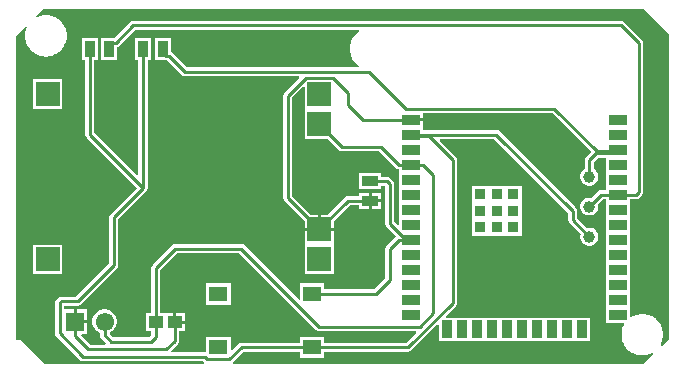
<source format=gtl>
G04*
G04 #@! TF.GenerationSoftware,Altium Limited,Altium Designer,23.4.1 (23)*
G04*
G04 Layer_Physical_Order=1*
G04 Layer_Color=255*
%FSLAX44Y44*%
%MOMM*%
G71*
G04*
G04 #@! TF.SameCoordinates,0DB361A5-78C8-4FEA-9A46-C3B996989F44*
G04*
G04*
G04 #@! TF.FilePolarity,Positive*
G04*
G01*
G75*
%ADD13C,0.2540*%
%ADD14R,1.5500X1.3000*%
%ADD15R,2.0000X2.0000*%
%ADD16R,1.3500X0.8500*%
%ADD17R,0.9000X0.9000*%
%ADD18R,1.5000X0.9000*%
%ADD19R,0.9000X1.5000*%
%ADD20R,0.8500X1.3500*%
%ADD21R,1.2084X1.0121*%
%ADD27R,1.5500X1.5500*%
%ADD28C,1.5500*%
%ADD29C,1.0000*%
%ADD30C,2.0000*%
G36*
X486631Y179705D02*
X482393Y175467D01*
X481551Y174207D01*
X481255Y172720D01*
Y165214D01*
X480510Y164783D01*
X479106Y163380D01*
X478114Y161660D01*
X477600Y159743D01*
Y157757D01*
X478114Y155840D01*
X479106Y154120D01*
X480510Y152717D01*
X482230Y151724D01*
X484147Y151210D01*
X486133D01*
X488050Y151724D01*
X489770Y152717D01*
X491174Y154120D01*
X492166Y155840D01*
X492680Y157757D01*
Y159743D01*
X492166Y161660D01*
X491174Y163380D01*
X489770Y164783D01*
X489025Y165214D01*
Y171111D01*
X492409Y174495D01*
X499230D01*
Y161870D01*
Y147395D01*
X495200D01*
X493713Y147099D01*
X492453Y146257D01*
X486914Y140717D01*
X486083Y140940D01*
X484097D01*
X482180Y140426D01*
X480460Y139433D01*
X479057Y138030D01*
X478064Y136310D01*
X477550Y134393D01*
Y132407D01*
X478064Y130490D01*
X479057Y128770D01*
X480460Y127367D01*
X482180Y126374D01*
X484097Y125860D01*
X486083D01*
X488000Y126374D01*
X489720Y127367D01*
X491124Y128770D01*
X492116Y130490D01*
X492630Y132407D01*
Y134393D01*
X492407Y135224D01*
X496809Y139625D01*
X499230D01*
Y123770D01*
Y111070D01*
Y98370D01*
Y85670D01*
Y72970D01*
Y60270D01*
Y47570D01*
Y34870D01*
X514093D01*
X514692Y33750D01*
X514554Y33544D01*
X514456Y33308D01*
X514314Y33096D01*
X513184Y30366D01*
X513134Y30116D01*
X513036Y29881D01*
X512460Y26983D01*
Y26727D01*
X512410Y26477D01*
Y23523D01*
X512460Y23272D01*
Y23017D01*
X513036Y20119D01*
X513134Y19884D01*
X513184Y19634D01*
X514314Y16904D01*
X514456Y16692D01*
X514554Y16456D01*
X516195Y13999D01*
X516376Y13819D01*
X516517Y13607D01*
X518607Y11517D01*
X518819Y11376D01*
X518999Y11195D01*
X521456Y9554D01*
X521692Y9456D01*
X521904Y9315D01*
X524634Y8184D01*
X524884Y8134D01*
X525119Y8036D01*
X528017Y7460D01*
X528273D01*
X528523Y7410D01*
X531477D01*
X531727Y7460D01*
X531983D01*
X534881Y8036D01*
X535116Y8134D01*
X535366Y8184D01*
X538096Y9315D01*
X538308Y9456D01*
X538544Y9554D01*
X538767Y9703D01*
X539576Y8716D01*
X530860Y0D01*
X183526D01*
X183140Y1270D01*
X183145Y1273D01*
X192317Y10445D01*
X240280D01*
Y5290D01*
X260860D01*
Y10445D01*
X331830D01*
X333317Y10741D01*
X334577Y11583D01*
X356407Y33413D01*
X357580Y32927D01*
Y19370D01*
X485960D01*
Y39450D01*
X364103D01*
X363617Y40623D01*
X372317Y49323D01*
X373159Y50583D01*
X373455Y52070D01*
Y172502D01*
X373159Y173989D01*
X372317Y175249D01*
X358314Y189252D01*
X358800Y190425D01*
X404791D01*
X467285Y127931D01*
Y121920D01*
X467581Y120433D01*
X468423Y119173D01*
X477823Y109774D01*
X477600Y108943D01*
Y106957D01*
X478114Y105040D01*
X479106Y103320D01*
X480510Y101917D01*
X482230Y100924D01*
X484147Y100410D01*
X486133D01*
X488050Y100924D01*
X489770Y101917D01*
X491174Y103320D01*
X492166Y105040D01*
X492680Y106957D01*
Y108943D01*
X492166Y110860D01*
X491174Y112580D01*
X489770Y113983D01*
X488050Y114976D01*
X486133Y115490D01*
X484147D01*
X483316Y115267D01*
X475055Y123529D01*
Y129540D01*
X474759Y131027D01*
X473917Y132287D01*
X409147Y197057D01*
X407887Y197899D01*
X406400Y198195D01*
X344310D01*
Y205740D01*
X334270D01*
Y208280D01*
X344310D01*
Y212315D01*
X454021D01*
X486631Y179705D01*
D02*
G37*
G36*
X253793Y29003D02*
X255053Y28161D01*
X256540Y27865D01*
X338212D01*
X338698Y26692D01*
X330221Y18215D01*
X260860D01*
Y23370D01*
X240280D01*
Y18215D01*
X190708D01*
X189222Y17919D01*
X187961Y17077D01*
X182533Y11649D01*
X181360Y12135D01*
Y23370D01*
X160780D01*
Y10963D01*
X159798Y10158D01*
X159412Y10235D01*
X131688D01*
X131202Y11408D01*
X136894Y17100D01*
X137736Y18361D01*
X138032Y19847D01*
Y27959D01*
X142729D01*
Y34290D01*
X134147D01*
Y35560D01*
X132877D01*
Y43161D01*
X121995D01*
Y79671D01*
X136229Y93905D01*
X188891D01*
X253793Y29003D01*
D02*
G37*
G36*
X552450Y279400D02*
Y21590D01*
X546284Y15424D01*
X545297Y16233D01*
X545446Y16456D01*
X545544Y16692D01*
X545685Y16904D01*
X546816Y19634D01*
X546866Y19884D01*
X546964Y20119D01*
X547540Y23017D01*
Y23272D01*
X547590Y23523D01*
Y26477D01*
X547540Y26727D01*
Y26983D01*
X546964Y29881D01*
X546866Y30116D01*
X546816Y30366D01*
X545685Y33096D01*
X545544Y33308D01*
X545446Y33544D01*
X543805Y36001D01*
X543624Y36181D01*
X543483Y36393D01*
X541393Y38482D01*
X541181Y38624D01*
X541001Y38805D01*
X538544Y40446D01*
X538308Y40544D01*
X538096Y40685D01*
X535366Y41816D01*
X535116Y41866D01*
X534881Y41964D01*
X531983Y42540D01*
X531727D01*
X531477Y42590D01*
X528523D01*
X528273Y42540D01*
X528017D01*
X525119Y41964D01*
X524884Y41866D01*
X524634Y41816D01*
X521904Y40685D01*
X521692Y40544D01*
X521456Y40446D01*
X520430Y39761D01*
X519310Y40359D01*
Y47570D01*
Y60270D01*
Y72970D01*
Y85670D01*
Y98370D01*
Y111070D01*
Y123770D01*
Y139625D01*
X524510D01*
X525997Y139921D01*
X527257Y140763D01*
X529797Y143303D01*
X530639Y144563D01*
X530935Y146050D01*
Y272018D01*
X530639Y273505D01*
X529797Y274765D01*
X514795Y289767D01*
X513535Y290609D01*
X512048Y290905D01*
X99050D01*
X97563Y290609D01*
X96303Y289767D01*
X82601Y276065D01*
X81710D01*
X81335Y275990D01*
X71940D01*
Y257410D01*
X85520D01*
Y268556D01*
X85697Y268591D01*
X86957Y269433D01*
X100659Y283135D01*
X290202D01*
X290587Y281865D01*
X288999Y280805D01*
X288819Y280624D01*
X288607Y280483D01*
X286518Y278393D01*
X286376Y278181D01*
X286195Y278001D01*
X284554Y275544D01*
X284456Y275308D01*
X284314Y275096D01*
X283184Y272366D01*
X283134Y272116D01*
X283036Y271881D01*
X282460Y268983D01*
Y268727D01*
X282410Y268477D01*
Y265523D01*
X282460Y265272D01*
Y265017D01*
X283036Y262119D01*
X283134Y261884D01*
X283184Y261634D01*
X284314Y258904D01*
X284456Y258692D01*
X284554Y258456D01*
X286195Y255999D01*
X286376Y255819D01*
X286518Y255607D01*
X288607Y253517D01*
X288819Y253376D01*
X288999Y253195D01*
X289760Y252687D01*
X289375Y251417D01*
X144597D01*
X132047Y263967D01*
X130787Y264809D01*
X130610Y264844D01*
Y275990D01*
X117030D01*
Y257410D01*
X126425D01*
X126800Y257335D01*
X127691D01*
X140241Y244786D01*
X141501Y243944D01*
X142987Y243648D01*
X239004D01*
X239490Y242474D01*
X227123Y230107D01*
X226281Y228847D01*
X225985Y227361D01*
Y140712D01*
X226281Y139226D01*
X227123Y137966D01*
X244000Y121089D01*
Y115693D01*
Y115312D01*
X255270D01*
Y126582D01*
X249494D01*
X233755Y142322D01*
Y225752D01*
X242827Y234824D01*
X244000Y234338D01*
Y230293D01*
Y216103D01*
X244000D01*
Y215783D01*
X244000D01*
Y204893D01*
Y190702D01*
X263586D01*
X272886Y181403D01*
X274146Y180561D01*
X275632Y180265D01*
X307001D01*
X321103Y166163D01*
X322363Y165321D01*
X323850Y165025D01*
X324230D01*
Y149170D01*
Y136470D01*
Y123770D01*
Y117915D01*
X323057Y117429D01*
X320115Y120371D01*
Y152400D01*
X319819Y153887D01*
X318977Y155147D01*
X316447Y157677D01*
X315187Y158519D01*
X313700Y158815D01*
X309010D01*
Y161720D01*
X297115D01*
X296740Y161795D01*
X296365Y161720D01*
X290430D01*
Y148140D01*
X309010D01*
Y151045D01*
X312091D01*
X312345Y150791D01*
Y118762D01*
X312641Y117275D01*
X313483Y116015D01*
X321124Y108374D01*
X321103Y108157D01*
X313483Y100537D01*
X312641Y99277D01*
X312345Y97790D01*
Y72729D01*
X302831Y63215D01*
X260860D01*
Y68370D01*
X240280D01*
Y55163D01*
X239107Y54677D01*
X193247Y100537D01*
X191987Y101379D01*
X190500Y101675D01*
X134620D01*
X133133Y101379D01*
X131873Y100537D01*
X115363Y84027D01*
X114521Y82767D01*
X114225Y81280D01*
Y43161D01*
X109528D01*
Y27959D01*
X114225D01*
Y24469D01*
X112691Y22935D01*
X81619D01*
X79253Y25300D01*
X79470Y26855D01*
X81048Y27766D01*
X82964Y29682D01*
X84319Y32028D01*
X85020Y34645D01*
Y37355D01*
X84319Y39972D01*
X82964Y42318D01*
X81048Y44234D01*
X78702Y45589D01*
X76085Y46290D01*
X73375D01*
X70758Y45589D01*
X68412Y44234D01*
X66496Y42318D01*
X65141Y39972D01*
X64440Y37355D01*
Y34645D01*
X65141Y32028D01*
X66496Y29682D01*
X68412Y27766D01*
X70758Y26411D01*
X70845Y26388D01*
Y24330D01*
X71141Y22843D01*
X71983Y21583D01*
X75808Y17758D01*
X75322Y16585D01*
X62569D01*
X54714Y24440D01*
X55240Y25710D01*
X60020D01*
Y34730D01*
X49730D01*
Y36000D01*
X48460D01*
Y46290D01*
X40497D01*
Y49455D01*
X52070D01*
X53557Y49751D01*
X54817Y50593D01*
X85297Y81073D01*
X86139Y82333D01*
X86435Y83820D01*
Y122841D01*
X110067Y146473D01*
X110909Y147733D01*
X111205Y149220D01*
Y257410D01*
X114110D01*
Y275990D01*
X100530D01*
Y257410D01*
X103435D01*
Y160258D01*
X102262Y159772D01*
X66115Y195919D01*
Y257410D01*
X69020D01*
Y275990D01*
X55440D01*
Y257410D01*
X58345D01*
Y194310D01*
X58641Y192823D01*
X59483Y191563D01*
X101826Y149220D01*
X79803Y127197D01*
X78961Y125937D01*
X78665Y124450D01*
Y85429D01*
X50461Y57225D01*
X38100D01*
X36613Y56929D01*
X35353Y56087D01*
X33865Y54599D01*
X33023Y53339D01*
X32727Y51852D01*
Y26054D01*
X33023Y24567D01*
X33865Y23307D01*
X53569Y3603D01*
X54829Y2761D01*
X56316Y2465D01*
X157803D01*
X158995Y1273D01*
X159000Y1270D01*
X158614Y0D01*
X24130D01*
X3810Y20320D01*
X0D01*
Y278130D01*
X7921Y286051D01*
X8998Y285332D01*
X8184Y283366D01*
X8134Y283116D01*
X8036Y282881D01*
X7460Y279983D01*
Y279727D01*
X7410Y279477D01*
Y276523D01*
X7460Y276272D01*
Y276017D01*
X8036Y273119D01*
X8134Y272884D01*
X8184Y272634D01*
X9315Y269904D01*
X9456Y269692D01*
X9554Y269456D01*
X11195Y266999D01*
X11376Y266819D01*
X11517Y266607D01*
X13607Y264517D01*
X13819Y264376D01*
X13999Y264195D01*
X16456Y262554D01*
X16692Y262456D01*
X16904Y262314D01*
X19634Y261184D01*
X19884Y261134D01*
X20119Y261036D01*
X23017Y260460D01*
X23272D01*
X23523Y260410D01*
X26477D01*
X26727Y260460D01*
X26983D01*
X29881Y261036D01*
X30116Y261134D01*
X30366Y261184D01*
X33096Y262314D01*
X33308Y262456D01*
X33544Y262554D01*
X36001Y264195D01*
X36181Y264376D01*
X36393Y264517D01*
X38482Y266607D01*
X38624Y266819D01*
X38805Y266999D01*
X40446Y269456D01*
X40544Y269692D01*
X40685Y269904D01*
X41816Y272634D01*
X41866Y272884D01*
X41964Y273119D01*
X42540Y276017D01*
Y276272D01*
X42590Y276523D01*
Y279477D01*
X42540Y279727D01*
Y279983D01*
X41964Y282881D01*
X41866Y283116D01*
X41816Y283366D01*
X40685Y286096D01*
X40544Y286308D01*
X40446Y286544D01*
X38805Y289001D01*
X38624Y289181D01*
X38482Y289393D01*
X36393Y291483D01*
X36181Y291624D01*
X36001Y291805D01*
X33544Y293446D01*
X33308Y293544D01*
X33096Y293685D01*
X30366Y294816D01*
X30116Y294866D01*
X29881Y294963D01*
X26983Y295540D01*
X26727D01*
X26477Y295590D01*
X23523D01*
X23272Y295540D01*
X23017D01*
X20119Y294963D01*
X19884Y294866D01*
X19634Y294816D01*
X17668Y294002D01*
X16949Y295079D01*
X22860Y300990D01*
X530860D01*
X552450Y279400D01*
D02*
G37*
%LPC*%
G36*
X427810Y150850D02*
X385730D01*
Y136770D01*
Y122770D01*
Y108770D01*
X427810D01*
Y122770D01*
Y136770D01*
Y150850D01*
D02*
G37*
G36*
X181360Y68370D02*
X160780D01*
Y50290D01*
X181360D01*
Y68370D01*
D02*
G37*
G36*
X142729Y43161D02*
X135417D01*
Y36830D01*
X142729D01*
Y43161D01*
D02*
G37*
G36*
X39080Y241182D02*
X14000D01*
Y230293D01*
Y216103D01*
X39080D01*
Y241182D01*
D02*
G37*
G36*
X309010Y145220D02*
X300990D01*
Y139700D01*
X309010D01*
Y145220D01*
D02*
G37*
G36*
Y137160D02*
X300990D01*
Y131640D01*
X309010D01*
Y137160D01*
D02*
G37*
G36*
X298450Y145220D02*
X290430D01*
Y142315D01*
X280928D01*
X279441Y142019D01*
X278181Y141177D01*
X263586Y126582D01*
X257810D01*
Y115312D01*
X269080D01*
Y121089D01*
X282537Y134545D01*
X290430D01*
Y131640D01*
X298450D01*
Y138430D01*
Y145220D01*
D02*
G37*
G36*
X269080Y112773D02*
X244000D01*
Y102453D01*
X244000Y101503D01*
X244000Y100232D01*
Y90293D01*
Y76102D01*
X269080D01*
Y100232D01*
X269080Y101182D01*
X269080Y102453D01*
Y112773D01*
D02*
G37*
G36*
X39080Y101182D02*
X14000D01*
Y90293D01*
Y76102D01*
X39080D01*
Y101182D01*
D02*
G37*
G36*
X60020Y46290D02*
X51000D01*
Y37270D01*
X60020D01*
Y46290D01*
D02*
G37*
%LPD*%
D13*
X471170Y121920D02*
X485140Y107950D01*
X471170Y121920D02*
Y129540D01*
X334270Y194310D02*
X406400D01*
X471170Y129540D01*
X485140Y158750D02*
Y172720D01*
X490800Y178380D02*
X506040D01*
X485140Y172720D02*
X490800Y178380D01*
X506040D02*
X508000Y180340D01*
X331830Y14330D02*
X369570Y52070D01*
X250570Y14330D02*
X331830D01*
X334270Y194310D02*
X335540Y193040D01*
X349032D02*
X369570Y172502D01*
Y52070D02*
Y172502D01*
X335540Y193040D02*
X349032D01*
X341498Y31750D02*
X353060Y43312D01*
X190500Y97790D02*
X256540Y31750D01*
X341498D01*
X353060Y43312D02*
Y160020D01*
X296740Y157910D02*
X299720Y154930D01*
X293370Y207010D02*
X334270D01*
X280744Y219636D02*
X293370Y207010D01*
X280744Y219636D02*
Y229827D01*
X229870Y227361D02*
X244962Y242453D01*
X142987Y247533D02*
X298859D01*
X244962Y242453D02*
X268118D01*
X129300Y261220D02*
X142987Y247533D01*
X298859D02*
X330192Y216200D01*
X229870Y140712D02*
Y227361D01*
X268118Y242453D02*
X280744Y229827D01*
X334270Y168910D02*
X334348Y168988D01*
X344092D01*
X353060Y160020D01*
X495200Y143510D02*
X509270D01*
X485090Y133400D02*
X495200Y143510D01*
X508000Y180340D02*
X509270Y181610D01*
X159412Y6350D02*
X161742Y4020D01*
X180398D01*
X190708Y14330D02*
X250570D01*
X180398Y4020D02*
X190708Y14330D01*
X56316Y6350D02*
X159412D01*
X36612Y26054D02*
X56316Y6350D01*
X127000Y12700D02*
X134147Y19847D01*
Y35560D01*
X60960Y12700D02*
X127000D01*
X49730Y23930D02*
Y36000D01*
Y23930D02*
X60960Y12700D01*
X36612Y51852D02*
X38100Y53340D01*
X36612Y26054D02*
Y51852D01*
X38100Y53340D02*
X52070D01*
X82550Y83820D01*
Y124450D01*
X107320Y149220D01*
X118110Y35560D02*
Y81280D01*
X134620Y97790D01*
X190500D01*
X229870Y140712D02*
X256540Y114043D01*
X323850Y168910D02*
X334270D01*
X308610Y184150D02*
X323850Y168910D01*
X275632Y184150D02*
X308610D01*
X256540Y203242D02*
X275632Y184150D01*
X316230Y118762D02*
X326352Y108640D01*
X316230Y118762D02*
Y152400D01*
X313700Y154930D02*
X316230Y152400D01*
X331020Y105410D02*
Y105660D01*
X323850Y105410D02*
X331020D01*
X328040Y108640D02*
X331020Y105660D01*
X326352Y108640D02*
X328040D01*
X299720Y154930D02*
X313700D01*
X256540Y114043D02*
X280928Y138430D01*
X299720D01*
X316230Y71120D02*
Y97790D01*
X304440Y59330D02*
X316230Y71120D01*
X250570Y59330D02*
X304440D01*
X118110Y22860D02*
Y35560D01*
X80010Y19050D02*
X114300D01*
X118110Y22860D01*
X74730Y24330D02*
X80010Y19050D01*
X74730Y24330D02*
Y36000D01*
X316230Y97790D02*
X323850Y105410D01*
X491490Y180340D02*
X508000D01*
X123820Y264200D02*
Y266700D01*
Y264200D02*
X126800Y261220D01*
X129300D01*
X330192Y216200D02*
X455630D01*
X491490Y180340D01*
X107320Y149220D02*
Y266700D01*
X509270Y143510D02*
X524510D01*
X527050Y146050D01*
Y272018D01*
X99050Y287020D02*
X512048D01*
X527050Y272018D01*
X78730Y266700D02*
Y269200D01*
X81710Y272180D01*
X84210D01*
X99050Y287020D01*
X62230Y194310D02*
Y266700D01*
Y194310D02*
X107320Y149220D01*
D14*
X171070Y59330D02*
D03*
X250570D02*
D03*
X171070Y14330D02*
D03*
X250570D02*
D03*
D15*
X256540Y114043D02*
D03*
X26540Y228643D02*
D03*
Y88643D02*
D03*
X256540Y228643D02*
D03*
Y203242D02*
D03*
Y88643D02*
D03*
D16*
X299720Y138430D02*
D03*
Y154930D02*
D03*
D17*
X420770Y143810D02*
D03*
Y129810D02*
D03*
Y115810D02*
D03*
X392770D02*
D03*
Y129810D02*
D03*
Y143810D02*
D03*
X406770Y115810D02*
D03*
Y129810D02*
D03*
Y143810D02*
D03*
D18*
X509270Y207010D02*
D03*
Y194310D02*
D03*
Y181610D02*
D03*
Y168910D02*
D03*
Y156210D02*
D03*
Y143510D02*
D03*
Y130810D02*
D03*
Y118110D02*
D03*
Y105410D02*
D03*
Y92710D02*
D03*
Y80010D02*
D03*
Y67310D02*
D03*
Y54610D02*
D03*
Y41910D02*
D03*
X334270D02*
D03*
Y54610D02*
D03*
Y67310D02*
D03*
Y80010D02*
D03*
Y92710D02*
D03*
Y105410D02*
D03*
Y118110D02*
D03*
Y130810D02*
D03*
Y143510D02*
D03*
Y156210D02*
D03*
Y168910D02*
D03*
Y181610D02*
D03*
Y194310D02*
D03*
Y207010D02*
D03*
D19*
X478920Y29410D02*
D03*
X466220D02*
D03*
X453520D02*
D03*
X440820D02*
D03*
X428120D02*
D03*
X415420D02*
D03*
X402720D02*
D03*
X390020D02*
D03*
X377320D02*
D03*
X364620D02*
D03*
D20*
X107320Y266700D02*
D03*
X123820D02*
D03*
X62230D02*
D03*
X78730D02*
D03*
D21*
X134147Y35560D02*
D03*
X118110D02*
D03*
D27*
X49730Y36000D02*
D03*
D28*
X74730D02*
D03*
D29*
X485140Y107950D02*
D03*
X485090Y133400D02*
D03*
X485140Y158750D02*
D03*
D30*
X256540Y203242D02*
D03*
X26540Y88643D02*
D03*
Y228643D02*
D03*
X256540D02*
D03*
Y88643D02*
D03*
Y114043D02*
D03*
M02*

</source>
